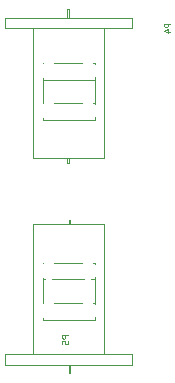
<source format=gbr>
%TF.GenerationSoftware,KiCad,Pcbnew,4.1.0-alpha+201605041001+6771~44~ubuntu15.10.1-product*%
%TF.CreationDate,2016-05-05T22:42:08+02:00*%
%TF.ProjectId,robot1,726F626F74312E6B696361645F706362,rev?*%
%TF.FileFunction,Legend,Bot*%
%FSLAX46Y46*%
G04 Gerber Fmt 4.6, Leading zero omitted, Abs format (unit mm)*
G04 Created by KiCad (PCBNEW 4.1.0-alpha+201605041001+6771~44~ubuntu15.10.1-product) date czw, 5 maj 2016, 22:42:08*
%MOMM*%
%LPD*%
G01*
G04 APERTURE LIST*
%ADD10C,0.100000*%
%ADD11C,0.050800*%
%ADD12C,2.600000*%
%ADD13C,1.416000*%
%ADD14R,1.924000X2.599640*%
%ADD15O,1.924000X2.599640*%
%ADD16C,1.600000*%
%ADD17C,1.197560*%
G04 APERTURE END LIST*
D10*
X172365000Y-126095000D02*
X172365000Y-126495000D01*
X172365000Y-126495000D02*
X172465000Y-126495000D01*
X172465000Y-126495000D02*
X172465000Y-126095000D01*
X172465000Y-126095000D02*
X172465000Y-126195000D01*
X172465000Y-126195000D02*
X172465000Y-126095000D01*
X172365000Y-114195000D02*
X172365000Y-113495000D01*
X172365000Y-113495000D02*
X172465000Y-113495000D01*
X172465000Y-113495000D02*
X172465000Y-114195000D01*
X175465000Y-115095000D02*
X177865000Y-115095000D01*
X177865000Y-114195000D02*
X177865000Y-115095000D01*
X177865000Y-114195000D02*
X175465000Y-114195000D01*
X169465000Y-114195000D02*
X167065000Y-114195000D01*
X167065000Y-114195000D02*
X167065000Y-115095000D01*
X167065000Y-115095000D02*
X169465000Y-115095000D01*
X169465000Y-114195000D02*
X175465000Y-114195000D01*
X169465000Y-115095000D02*
X175465000Y-115095000D01*
X169465000Y-115095000D02*
X169465000Y-126095000D01*
X169465000Y-126095000D02*
X175465000Y-126095000D01*
X175465000Y-115095000D02*
X175465000Y-126095000D01*
X170265000Y-121445000D02*
X174665000Y-121445000D01*
X170265000Y-119445000D02*
X174665000Y-119445000D01*
X170265000Y-122845000D02*
X174665000Y-122845000D01*
X170265000Y-118045000D02*
X170265000Y-122845000D01*
X174665000Y-118045000D02*
X174665000Y-122845000D01*
X170265000Y-118045000D02*
X174665000Y-118045000D01*
X172565000Y-131715000D02*
X172565000Y-131315000D01*
X172565000Y-131315000D02*
X172465000Y-131315000D01*
X172465000Y-131315000D02*
X172465000Y-131715000D01*
X172465000Y-131715000D02*
X172465000Y-131615000D01*
X172465000Y-131615000D02*
X172465000Y-131715000D01*
X172565000Y-143615000D02*
X172565000Y-144315000D01*
X172565000Y-144315000D02*
X172465000Y-144315000D01*
X172465000Y-144315000D02*
X172465000Y-143615000D01*
X169465000Y-142715000D02*
X167065000Y-142715000D01*
X167065000Y-143615000D02*
X167065000Y-142715000D01*
X167065000Y-143615000D02*
X169465000Y-143615000D01*
X175465000Y-143615000D02*
X177865000Y-143615000D01*
X177865000Y-143615000D02*
X177865000Y-142715000D01*
X177865000Y-142715000D02*
X175465000Y-142715000D01*
X175465000Y-143615000D02*
X169465000Y-143615000D01*
X175465000Y-142715000D02*
X169465000Y-142715000D01*
X175465000Y-142715000D02*
X175465000Y-131715000D01*
X175465000Y-131715000D02*
X169465000Y-131715000D01*
X169465000Y-142715000D02*
X169465000Y-131715000D01*
X174665000Y-136365000D02*
X170265000Y-136365000D01*
X174665000Y-138365000D02*
X170265000Y-138365000D01*
X174665000Y-134965000D02*
X170265000Y-134965000D01*
X174665000Y-139765000D02*
X174665000Y-134965000D01*
X170265000Y-139765000D02*
X170265000Y-134965000D01*
X174665000Y-139765000D02*
X170265000Y-139765000D01*
D11*
X181094809Y-114720047D02*
X180586809Y-114720047D01*
X180586809Y-114913571D01*
X180611000Y-114961952D01*
X180635190Y-114986142D01*
X180683571Y-115010333D01*
X180756142Y-115010333D01*
X180804523Y-114986142D01*
X180828714Y-114961952D01*
X180852904Y-114913571D01*
X180852904Y-114720047D01*
X180756142Y-115445761D02*
X181094809Y-115445761D01*
X180562619Y-115324809D02*
X180925476Y-115203857D01*
X180925476Y-115518333D01*
X172441809Y-141103047D02*
X171933809Y-141103047D01*
X171933809Y-141296571D01*
X171958000Y-141344952D01*
X171982190Y-141369142D01*
X172030571Y-141393333D01*
X172103142Y-141393333D01*
X172151523Y-141369142D01*
X172175714Y-141344952D01*
X172199904Y-141296571D01*
X172199904Y-141103047D01*
X171933809Y-141852952D02*
X171933809Y-141611047D01*
X172175714Y-141586857D01*
X172151523Y-141611047D01*
X172127333Y-141659428D01*
X172127333Y-141780380D01*
X172151523Y-141828761D01*
X172175714Y-141852952D01*
X172224095Y-141877142D01*
X172345047Y-141877142D01*
X172393428Y-141852952D01*
X172417619Y-141828761D01*
X172441809Y-141780380D01*
X172441809Y-141659428D01*
X172417619Y-141611047D01*
X172393428Y-141586857D01*
%LPC*%
D12*
X149826980Y-128905000D03*
D13*
X152654000Y-139700000D03*
X152654000Y-137160000D03*
D14*
X159766000Y-117602000D03*
D15*
X162306000Y-117602000D03*
X164846000Y-117602000D03*
X167386000Y-117602000D03*
D14*
X153670000Y-132080000D03*
D15*
X151130000Y-132080000D03*
X148590000Y-132080000D03*
D16*
X174115000Y-118745000D03*
X174115000Y-122145000D03*
X170815000Y-122145000D03*
X170815000Y-118745000D03*
X170815000Y-139065000D03*
X170815000Y-135665000D03*
X174115000Y-135665000D03*
X174115000Y-139065000D03*
D17*
X144521300Y-130873500D03*
X144523840Y-127076200D03*
D14*
X184150000Y-117475000D03*
D15*
X186690000Y-117475000D03*
X189230000Y-117475000D03*
X191770000Y-117475000D03*
X194310000Y-117475000D03*
D14*
X184150000Y-140335000D03*
D15*
X186690000Y-140335000D03*
X189230000Y-140335000D03*
X191770000Y-140335000D03*
X194310000Y-140335000D03*
D12*
X195580000Y-129032000D03*
M02*

</source>
